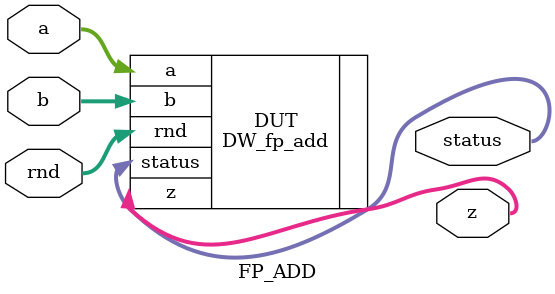
<source format=sv>
module FP_ADD (a, b, rnd, z, status);

    //parameter sig_width = 23;
    parameter sig_width = 10;
    //parameter exp_width = 8;
    parameter exp_width = 5;
    parameter ieee_compliance = 0;

    input [sig_width+exp_width : 0] a;
    input [sig_width+exp_width : 0] b;
    input [2 : 0] rnd;
    output [sig_width+exp_width : 0] z;
    output [7 : 0] status;

    DW_fp_add #(sig_width, exp_width, ieee_compliance)
    DUT (.a(a), .b(b), .rnd(rnd), .z(z), .status(status));

endmodule

</source>
